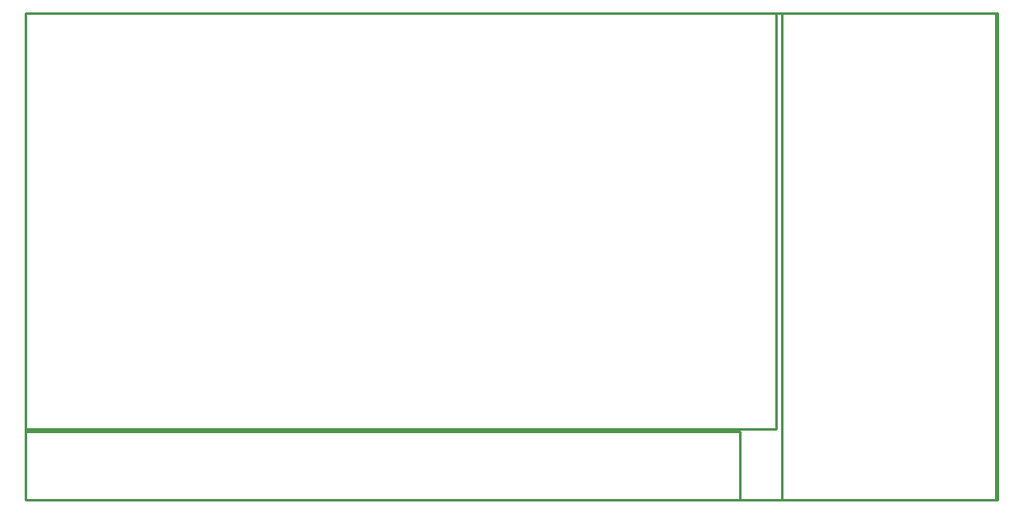
<source format=gm1>
G04 Layer_Color=16711935*
%FSLAX23Y23*%
%MOIN*%
G70*
G01*
G75*
%ADD28C,0.010*%
D28*
X0Y0D02*
Y1969D01*
Y0D02*
X3937D01*
Y1969D01*
X0D02*
X3937D01*
X0D02*
X3039D01*
X3039Y287D01*
X0D02*
Y1969D01*
Y287D02*
X3039Y287D01*
X3063Y0D02*
Y1969D01*
Y0D02*
X3929D01*
Y1969D01*
X3063D02*
X3929D01*
X0Y276D02*
X2894D01*
X0Y0D02*
Y276D01*
Y0D02*
X2894D01*
Y276D01*
M02*

</source>
